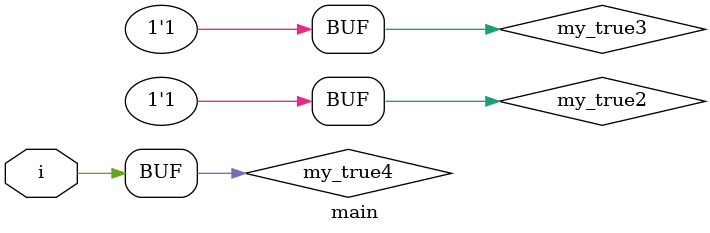
<source format=sv>
module main(input i);

  // 1800 2017 6.20.6
  const bit my_true2 = 1;
  const var my_true3 = 1;

  // the value on the RHS does _not_ need to be constant
  const logic my_true4 = i;

endmodule

</source>
